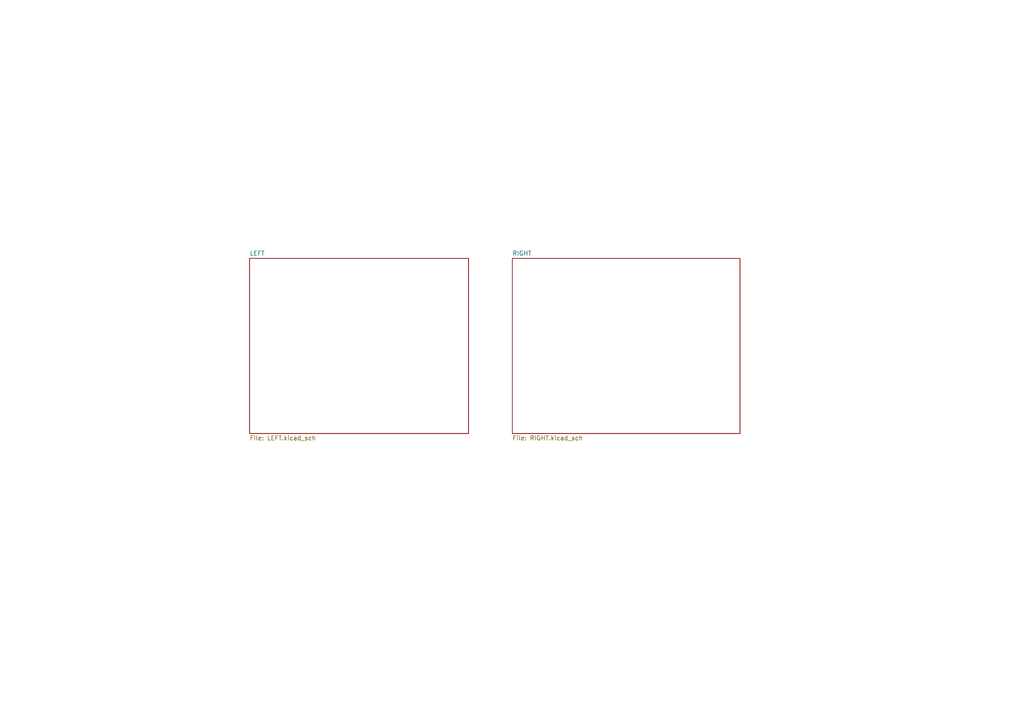
<source format=kicad_sch>
(kicad_sch
	(version 20250114)
	(generator "eeschema")
	(generator_version "9.0")
	(uuid "1018b541-983e-417e-8022-b46deb6b0f11")
	(paper "A4")
	(lib_symbols)
	(sheet
		(at 148.59 74.93)
		(size 66.04 50.8)
		(exclude_from_sim no)
		(in_bom yes)
		(on_board yes)
		(dnp no)
		(fields_autoplaced yes)
		(stroke
			(width 0.1524)
			(type solid)
		)
		(fill
			(color 0 0 0 0.0000)
		)
		(uuid "101a9f69-99ed-471a-b19b-cf20bbe59297")
		(property "Sheetname" "RIGHT"
			(at 148.59 74.2184 0)
			(effects
				(font
					(size 1.27 1.27)
				)
				(justify left bottom)
			)
		)
		(property "Sheetfile" "RIGHT.kicad_sch"
			(at 148.59 126.3146 0)
			(effects
				(font
					(size 1.27 1.27)
				)
				(justify left top)
			)
		)
		(instances
			(project "ATOM"
				(path "/1018b541-983e-417e-8022-b46deb6b0f11"
					(page "3")
				)
			)
		)
	)
	(sheet
		(at 72.39 74.93)
		(size 63.5 50.8)
		(exclude_from_sim no)
		(in_bom yes)
		(on_board yes)
		(dnp no)
		(fields_autoplaced yes)
		(stroke
			(width 0.1524)
			(type solid)
		)
		(fill
			(color 0 0 0 0.0000)
		)
		(uuid "a756b100-d835-476f-863b-060a511011ef")
		(property "Sheetname" "LEFT"
			(at 72.39 74.2184 0)
			(effects
				(font
					(size 1.27 1.27)
				)
				(justify left bottom)
			)
		)
		(property "Sheetfile" "LEFT.kicad_sch"
			(at 72.39 126.3146 0)
			(effects
				(font
					(size 1.27 1.27)
				)
				(justify left top)
			)
		)
		(instances
			(project "ATOM"
				(path "/1018b541-983e-417e-8022-b46deb6b0f11"
					(page "2")
				)
			)
		)
	)
	(sheet_instances
		(path "/"
			(page "1")
		)
	)
	(embedded_fonts no)
)

</source>
